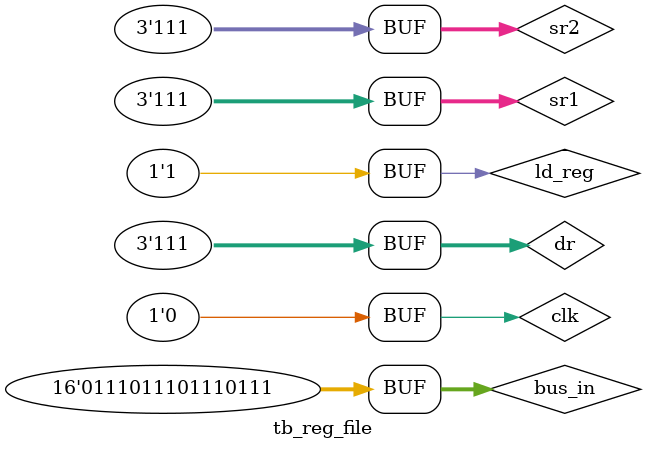
<source format=v>
`timescale 1ns / 1ps


module tb_reg_file;

//    input clk,
//    input [15:0] bus_in,
//    input ld_reg,
//    input [2:0] dr,
//    input [2:0] sr1,
//    input [2:0] sr2,
//    output reg [15:0] sr1_out,
//    output reg [15:0] sr2_out

    // inputs
    reg clk;
    reg [15:0] bus_in;
    reg ld_reg;
    reg [2:0] dr;
    reg [2:0] sr1;
    reg [2:0] sr2;
    
    
    // outputs
    wire [15:0] sr1_out;
    wire [15:0] sr2_out;
    
    reg_file uut (
        .clk(clk),
        .bus_in(bus_in),
        .ld_reg(ld_reg),
        .dr(dr),
        .sr1(sr1),
        .sr2(sr2),
        .sr1_out(sr1_out),
        .sr2_out(sr2_out)
    );
    
    initial begin
        $display ("Register File Testbench");
        clk = 0;
        bus_in = 0;
        ld_reg = 0;
        dr = 0;
        sr1 = 0;
        sr2 = 0;
        
        #50;
        
        // write value to a register and see if it saves
        dr = 0;
        bus_in = 'h8888;
        ld_reg = 1;
        #10;
        clk = 1;
        #10;
        clk = 0;
        sr1 = 0;
        sr2 = 0;
        #50;
        if ( sr1_out != 'h8888 || sr2_out != 'h8888) $display ("Test 1 FAIL");
        
        dr = 1;
        bus_in = 'h1111;
        ld_reg = 1;
        #10;
        clk = 1;
        #10;
        clk = 0;
        sr1 = 1;
        sr2 = 1;
        #50;
        if ( sr1_out != 'h1111 || sr2_out != 'h1111) $display ("Test 2 FAIL");
        
        dr = 2;
        bus_in = 'h2222;
        ld_reg = 1;
        #10;
        clk = 1;
        #10;
        clk = 0;
        sr1 = 2;
        sr2 = 2;
        #50;
        if ( sr1_out != 'h2222 || sr2_out != 'h2222) $display ("Test 3 FAIL");
        
        dr = 3;
        bus_in = 'h3333;
        ld_reg = 1;
        #10;
        clk = 1;
        #10;
        clk = 0;
        sr1 = 3;
        sr2 = 3;
        #50;
        if ( sr1_out != 'h3333 || sr2_out != 'h3333) $display ("Test 4 FAIL");
        
        dr = 4;
        bus_in = 'h4444;
        ld_reg = 1;
        #10;
        clk = 1;
        #10;
        clk = 0;
        sr1 = 4;
        sr2 = 4;
        #50;
        if ( sr1_out != 'h4444 || sr2_out != 'h4444) $display ("Test 5 FAIL");
        
        dr = 5;
        bus_in = 'h5555;
        ld_reg = 1;
        #10;
        clk = 1;
        #10;
        clk = 0;
        sr1 = 5;
        sr2 = 5;
        #50;
        if ( sr1_out != 'h5555 || sr2_out != 'h5555) $display ("Test 6 FAIL");
        
        dr = 6;
        bus_in = 'h6666;
        ld_reg = 1;
        #10;
        clk = 1;
        #10;
        clk = 0;
        sr1 = 6;
        sr2 = 6;
        #50;
        if ( sr1_out != 'h6666 || sr2_out != 'h6666) $display ("Test 7 FAIL");
        
        dr = 7;
        bus_in = 'h7777;
        ld_reg = 1;
        #10;
        clk = 1;
        #10;
        clk = 0;
        sr1 = 7;
        sr2 = 7;
        #50;
        if ( sr1_out != 'h7777 || sr2_out != 'h7777) $display ("Test 8 FAIL");
        
        
        
        
        
    end
    
    
    
    // always #10 clk = ~clk;
    

endmodule

</source>
